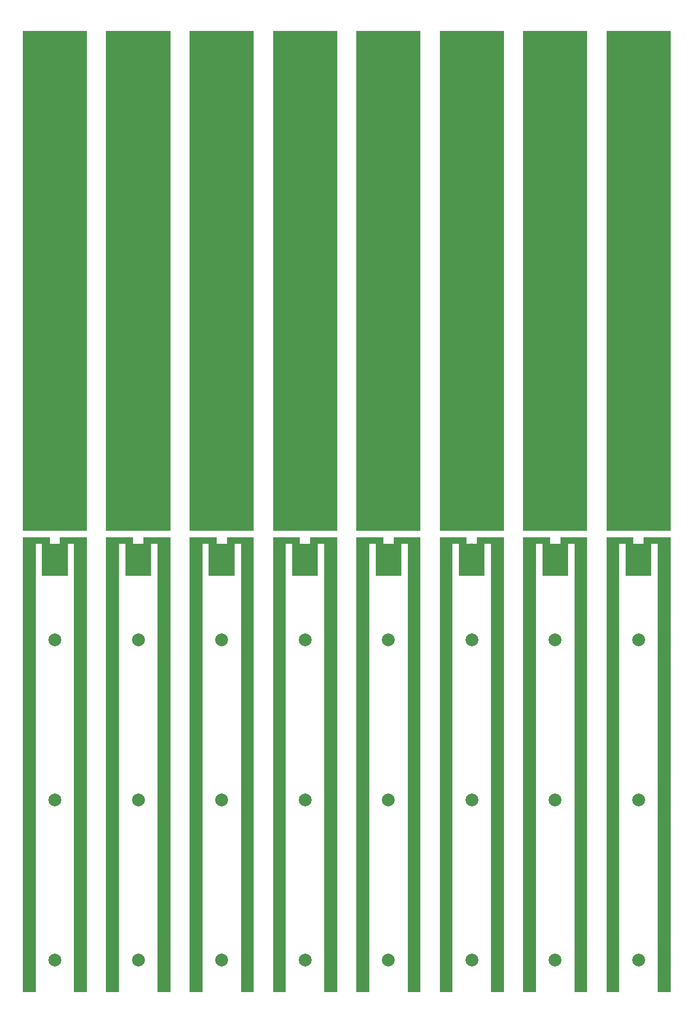
<source format=gbr>
G04 ===== Begin FILE IDENTIFICATION =====*
G04 File Format:  Gerber RS274X*
G04 Date: Jan 22 2008*
G04 ===== End FILE IDENTIFICATION =====*
%FSLAX34Y34*%
%MOMM*%
%SFA1.0B1.0*%
%OFA0.0B0.0*%
%ADD14C,0.050800*%
%ADD15C,2.000000*%
%LNTop*%
%IPPOS*%
%LPD*%
G75*
D14*
X-994200Y590780D03*
Y597130D03*
Y603480D03*
G36*
G01X-1044200Y-92710D02*
G01X-1024200D01*
G01Y607290D01*
G01X-1014200D01*
G01Y557290D01*
G01X-974200D01*
G01Y607290D01*
G01X-964200D01*
G01Y-92710D01*
G01X-944200D01*
G01Y617290D01*
G01X-986200D01*
G01Y607290D01*
G01X-1002200D01*
G01Y617290D01*
G01X-1044200D01*
G01Y-92710D01*
G37*
G36*
G01X-944200Y627290D02*
G01Y1407290D01*
G01X-1044200D01*
G01Y627290D01*
G01X-944200D01*
G37*
D15*
X-994200Y-42710D03*
Y207290D03*
Y457290D03*
X-1124200D03*
Y207290D03*
Y-42710D03*
G36*
G01X-1074200Y627290D02*
G01Y1407290D01*
G01X-1174200D01*
G01Y627290D01*
G01X-1074200D01*
G37*
G36*
G01X-1174200Y-92710D02*
G01X-1154200D01*
G01Y607290D01*
G01X-1144200D01*
G01Y557290D01*
G01X-1104200D01*
G01Y607290D01*
G01X-1094200D01*
G01Y-92710D01*
G01X-1074200D01*
G01Y617290D01*
G01X-1116200D01*
G01Y607290D01*
G01X-1132200D01*
G01Y617290D01*
G01X-1174200D01*
G01Y-92710D01*
G37*
D14*
X-1124200Y603480D03*
Y597130D03*
Y590780D03*
D15*
X-1254200Y457290D03*
Y207290D03*
Y-42710D03*
G36*
G01X-1204200Y627290D02*
G01Y1407290D01*
G01X-1304200D01*
G01Y627290D01*
G01X-1204200D01*
G37*
G36*
G01X-1304200Y-92710D02*
G01X-1284200D01*
G01Y607290D01*
G01X-1274200D01*
G01Y557290D01*
G01X-1234200D01*
G01Y607290D01*
G01X-1224200D01*
G01Y-92710D01*
G01X-1204200D01*
G01Y617290D01*
G01X-1246200D01*
G01Y607290D01*
G01X-1262200D01*
G01Y617290D01*
G01X-1304200D01*
G01Y-92710D01*
G37*
D14*
X-1254200Y603480D03*
Y597130D03*
Y590780D03*
G36*
G01X-1255470Y589510D02*
G01X-1254962D01*
G01Y607290D01*
G01X-1254708D01*
G01Y606020D01*
G01X-1253692D01*
G01Y607290D01*
G01X-1253438D01*
G01Y589510D01*
G01X-1252930D01*
G01Y607544D01*
G01X-1253997D01*
G01Y607290D01*
G01X-1254403D01*
G01Y607544D01*
G01X-1255470D01*
G01Y589510D01*
G37*
D14*
X-1384200Y590780D03*
Y597130D03*
Y603480D03*
G36*
G01X-1434200Y-92710D02*
G01X-1414200D01*
G01Y607290D01*
G01X-1404200D01*
G01Y557290D01*
G01X-1364200D01*
G01Y607290D01*
G01X-1354200D01*
G01Y-92710D01*
G01X-1334200D01*
G01Y617290D01*
G01X-1376200D01*
G01Y607290D01*
G01X-1392200D01*
G01Y617290D01*
G01X-1434200D01*
G01Y-92710D01*
G37*
G36*
G01X-1334200Y627290D02*
G01Y1407290D01*
G01X-1434200D01*
G01Y627290D01*
G01X-1334200D01*
G37*
D15*
X-1384200Y-42710D03*
Y207290D03*
Y457290D03*
X-1514200D03*
Y207290D03*
Y-42710D03*
G36*
G01X-1464200Y627290D02*
G01Y1407290D01*
G01X-1564200D01*
G01Y627290D01*
G01X-1464200D01*
G37*
G36*
G01X-1564200Y-92710D02*
G01X-1544200D01*
G01Y607290D01*
G01X-1534200D01*
G01Y557290D01*
G01X-1494200D01*
G01Y607290D01*
G01X-1484200D01*
G01Y-92710D01*
G01X-1464200D01*
G01Y617290D01*
G01X-1506200D01*
G01Y607290D01*
G01X-1522200D01*
G01Y617290D01*
G01X-1564200D01*
G01Y-92710D01*
G37*
D14*
X-1514200Y603480D03*
Y597130D03*
Y590780D03*
X-1644200D03*
Y597130D03*
Y603480D03*
G36*
G01X-1694200Y-92710D02*
G01X-1674200D01*
G01Y607290D01*
G01X-1664200D01*
G01Y557290D01*
G01X-1624200D01*
G01Y607290D01*
G01X-1614200D01*
G01Y-92710D01*
G01X-1594200D01*
G01Y617290D01*
G01X-1636200D01*
G01Y607290D01*
G01X-1652200D01*
G01Y617290D01*
G01X-1694200D01*
G01Y-92710D01*
G37*
G36*
G01X-1594200Y627290D02*
G01Y1407290D01*
G01X-1694200D01*
G01Y627290D01*
G01X-1594200D01*
G37*
D15*
X-1644200Y-42710D03*
Y207290D03*
Y457290D03*
D14*
X-1774200Y590780D03*
Y597130D03*
Y603480D03*
G36*
G01X-1824200Y-92710D02*
G01X-1804200D01*
G01Y607290D01*
G01X-1794200D01*
G01Y557290D01*
G01X-1754200D01*
G01Y607290D01*
G01X-1744200D01*
G01Y-92710D01*
G01X-1724200D01*
G01Y617290D01*
G01X-1766200D01*
G01Y607290D01*
G01X-1782200D01*
G01Y617290D01*
G01X-1824200D01*
G01Y-92710D01*
G37*
G36*
G01X-1724200Y627290D02*
G01Y1407290D01*
G01X-1824200D01*
G01Y627290D01*
G01X-1724200D01*
G37*
D15*
X-1774200Y-42710D03*
Y207290D03*
Y457290D03*
X-1904200D03*
Y207290D03*
Y-42710D03*
G36*
G01X-1854200Y627290D02*
G01Y1407290D01*
G01X-1954200D01*
G01Y627290D01*
G01X-1854200D01*
G37*
G36*
G01X-1954200Y-92710D02*
G01X-1934200D01*
G01Y607290D01*
G01X-1924200D01*
G01Y557290D01*
G01X-1884200D01*
G01Y607290D01*
G01X-1874200D01*
G01Y-92710D01*
G01X-1854200D01*
G01Y617290D01*
G01X-1896200D01*
G01Y607290D01*
G01X-1912200D01*
G01Y617290D01*
G01X-1954200D01*
G01Y-92710D01*
G37*
D14*
X-1904200Y603480D03*
Y597130D03*
Y590780D03*
M02*


</source>
